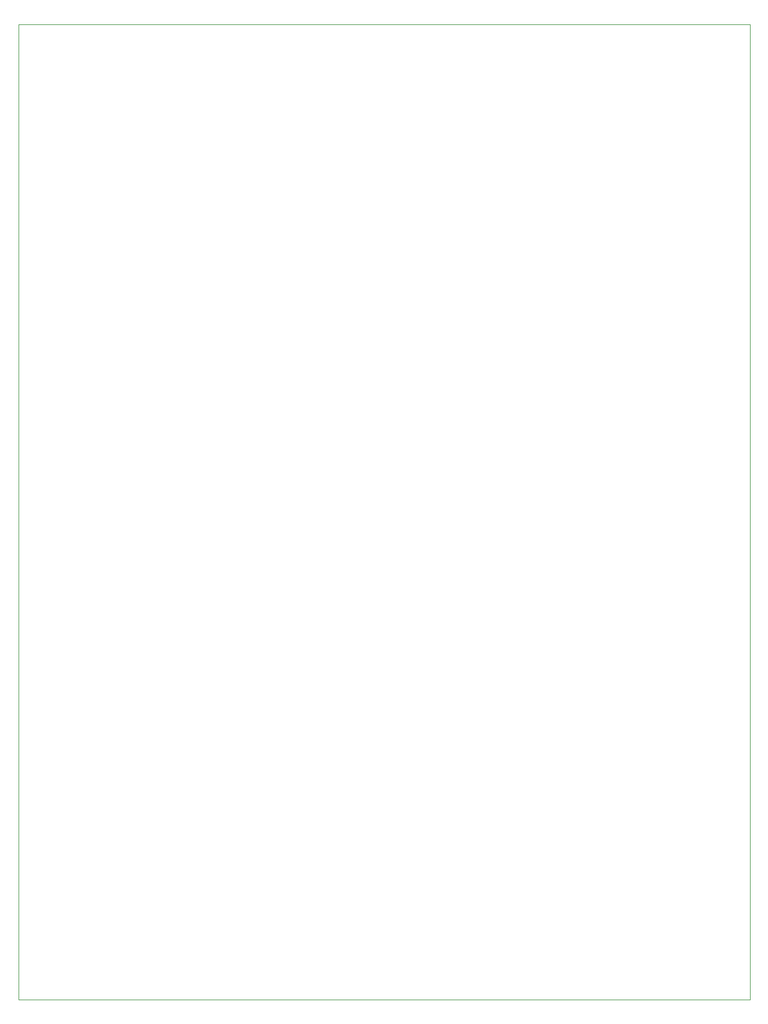
<source format=gbr>
%TF.GenerationSoftware,KiCad,Pcbnew,5.0.2-bee76a0~70~ubuntu16.04.1*%
%TF.CreationDate,2022-10-23T09:47:43+02:00*%
%TF.ProjectId,pertec,70657274-6563-42e6-9b69-6361645f7063,rev?*%
%TF.SameCoordinates,Original*%
%TF.FileFunction,Profile,NP*%
%FSLAX46Y46*%
G04 Gerber Fmt 4.6, Leading zero omitted, Abs format (unit mm)*
G04 Created by KiCad (PCBNEW 5.0.2-bee76a0~70~ubuntu16.04.1) date sön 23 okt 2022 09:47:43*
%MOMM*%
%LPD*%
G01*
G04 APERTURE LIST*
%TA.AperFunction,Profile*%
%ADD10C,0.050000*%
%TD*%
G04 APERTURE END LIST*
D10*
X22860000Y-12700000D02*
X129540000Y-12700000D01*
X129540000Y-12700000D02*
X129540000Y-154940000D01*
X129540000Y-154940000D02*
X22860000Y-154940000D01*
X22860000Y-154940000D02*
X22860000Y-12700000D01*
M02*

</source>
